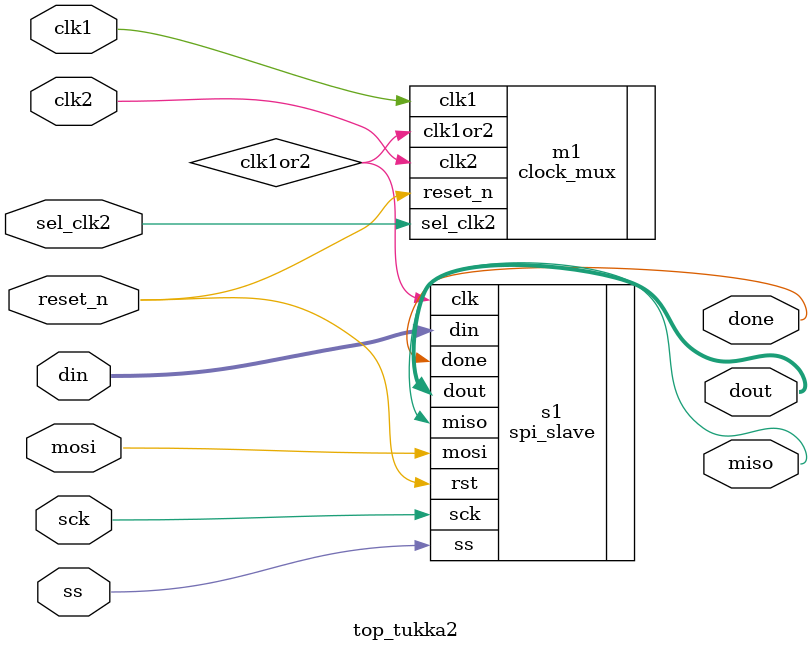
<source format=v>
module top_tukka2(
`ifdef USE_POWER_PINS
    inout vdd,		// User area 5.0V supply
    inout vss,		// User area ground
`endif
input clk1,
input clk2,
input reset_n,
input sel_clk2,
input ss,
input mosi,
output miso,
input sck,
output done,
input [7:0] din,
output [7:0] dout
);


wire clk1or2;


spi_slave s1(
    .clk(clk1or2),
    .rst(reset_n),
    .ss(ss),
    .mosi(mosi),
    .miso(miso),
    .sck(sck),
    .done(done),
    .din(din),
    .dout(dout)
  );



clock_mux m1
   (
       .clk1(clk1),      // Clock 1 supposed to be faster
       .clk2(clk2),      // Clock 2  supposed to be slower
       .reset_n(reset_n),   // System reset
       .sel_clk2(sel_clk2),  // Select clock2 when high
       .clk1or2(clk1or2)    // Selected clock
   );

endmodule

</source>
